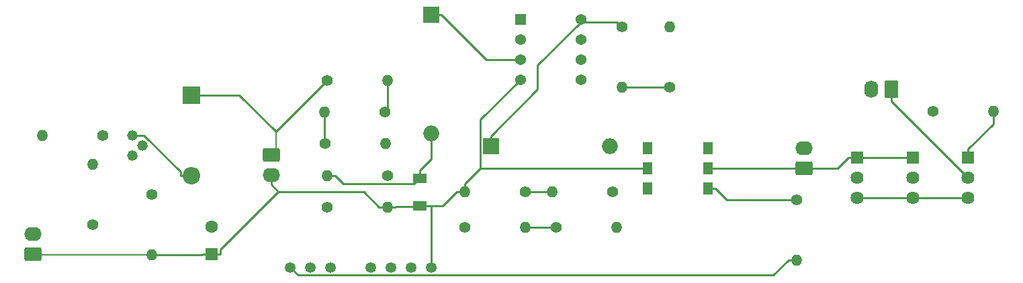
<source format=gbr>
%TF.GenerationSoftware,KiCad,Pcbnew,(6.0.2)*%
%TF.CreationDate,2022-03-20T13:20:32+09:00*%
%TF.ProjectId,TSAL&VOLTAGE_INDICATOR (1),5453414c-2656-44f4-9c54-4147455f494e,rev?*%
%TF.SameCoordinates,Original*%
%TF.FileFunction,Copper,L1,Top*%
%TF.FilePolarity,Positive*%
%FSLAX46Y46*%
G04 Gerber Fmt 4.6, Leading zero omitted, Abs format (unit mm)*
G04 Created by KiCad (PCBNEW (6.0.2)) date 2022-03-20 13:20:32*
%MOMM*%
%LPD*%
G01*
G04 APERTURE LIST*
G04 Aperture macros list*
%AMRoundRect*
0 Rectangle with rounded corners*
0 $1 Rounding radius*
0 $2 $3 $4 $5 $6 $7 $8 $9 X,Y pos of 4 corners*
0 Add a 4 corners polygon primitive as box body*
4,1,4,$2,$3,$4,$5,$6,$7,$8,$9,$2,$3,0*
0 Add four circle primitives for the rounded corners*
1,1,$1+$1,$2,$3*
1,1,$1+$1,$4,$5*
1,1,$1+$1,$6,$7*
1,1,$1+$1,$8,$9*
0 Add four rect primitives between the rounded corners*
20,1,$1+$1,$2,$3,$4,$5,0*
20,1,$1+$1,$4,$5,$6,$7,0*
20,1,$1+$1,$6,$7,$8,$9,0*
20,1,$1+$1,$8,$9,$2,$3,0*%
G04 Aperture macros list end*
%TA.AperFunction,ComponentPad*%
%ADD10RoundRect,0.250000X0.620000X0.845000X-0.620000X0.845000X-0.620000X-0.845000X0.620000X-0.845000X0*%
%TD*%
%TA.AperFunction,ComponentPad*%
%ADD11O,1.740000X2.190000*%
%TD*%
%TA.AperFunction,ComponentPad*%
%ADD12C,1.350000*%
%TD*%
%TA.AperFunction,ComponentPad*%
%ADD13C,1.400000*%
%TD*%
%TA.AperFunction,ComponentPad*%
%ADD14O,1.400000X1.400000*%
%TD*%
%TA.AperFunction,ComponentPad*%
%ADD15RoundRect,0.250000X0.845000X-0.620000X0.845000X0.620000X-0.845000X0.620000X-0.845000X-0.620000X0*%
%TD*%
%TA.AperFunction,ComponentPad*%
%ADD16O,2.190000X1.740000*%
%TD*%
%TA.AperFunction,ComponentPad*%
%ADD17R,2.000000X2.000000*%
%TD*%
%TA.AperFunction,ComponentPad*%
%ADD18O,2.000000X2.000000*%
%TD*%
%TA.AperFunction,ComponentPad*%
%ADD19R,1.625600X1.625600*%
%TD*%
%TA.AperFunction,ComponentPad*%
%ADD20C,1.625600*%
%TD*%
%TA.AperFunction,ComponentPad*%
%ADD21R,1.295400X1.498600*%
%TD*%
%TA.AperFunction,ComponentPad*%
%ADD22R,1.600000X1.600000*%
%TD*%
%TA.AperFunction,ComponentPad*%
%ADD23C,1.600000*%
%TD*%
%TA.AperFunction,ComponentPad*%
%ADD24RoundRect,0.250000X-0.845000X0.620000X-0.845000X-0.620000X0.845000X-0.620000X0.845000X0.620000X0*%
%TD*%
%TA.AperFunction,ComponentPad*%
%ADD25C,1.320800*%
%TD*%
%TA.AperFunction,SMDPad,CuDef*%
%ADD26R,1.700000X1.300000*%
%TD*%
%TA.AperFunction,ComponentPad*%
%ADD27R,1.371600X1.371600*%
%TD*%
%TA.AperFunction,ComponentPad*%
%ADD28C,1.371600*%
%TD*%
%TA.AperFunction,ComponentPad*%
%ADD29R,2.200000X2.200000*%
%TD*%
%TA.AperFunction,ComponentPad*%
%ADD30O,2.200000X2.200000*%
%TD*%
%TA.AperFunction,Conductor*%
%ADD31C,0.250000*%
%TD*%
%TA.AperFunction,Conductor*%
%ADD32C,0.200000*%
%TD*%
G04 APERTURE END LIST*
D10*
%TO.P,J2[GRN LED],1,Pin_1*%
%TO.N,/LV_ACTIVE_LIGHT*%
X166000000Y-111000000D03*
D11*
%TO.P,J2[GRN LED],2,Pin_2*%
%TO.N,/HV_ACTIVE_LIGHT*%
X163460000Y-111000000D03*
%TD*%
D12*
%TO.P,PS1,1,-VIN*%
%TO.N,GND*%
X90220000Y-133512500D03*
%TO.P,PS1,2,+VIN*%
%TO.N,/LV*%
X92760000Y-133512500D03*
%TO.P,PS1,3,R.C.*%
%TO.N,unconnected-(PS1-Pad3)*%
X95300000Y-133512500D03*
%TO.P,PS1,4*%
%TO.N,N/C*%
X100380000Y-133512500D03*
%TO.P,PS1,5,N.C._1*%
%TO.N,unconnected-(PS1-Pad5)*%
X102920000Y-133512500D03*
%TO.P,PS1,6,+VOUT*%
%TO.N,Net-(C2-Pad1)*%
X105460000Y-133512500D03*
%TO.P,PS1,7,-VOUT*%
%TO.N,/BATT-*%
X108000000Y-133512500D03*
%TD*%
D13*
%TO.P,R13,1*%
%TO.N,/LV*%
X171190000Y-113810000D03*
D14*
%TO.P,R13,2*%
%TO.N,Net-(Q1-Pad1)*%
X178810000Y-113810000D03*
%TD*%
D13*
%TO.P,R15,1*%
%TO.N,Net-(R14-Pad1)*%
X65278600Y-128153000D03*
D14*
%TO.P,R15,2*%
%TO.N,Net-(R15-Pad2)*%
X65278600Y-120533000D03*
%TD*%
D13*
%TO.P,R11,1*%
%TO.N,Net-(R10-Pad2)*%
X138000000Y-110810000D03*
D14*
%TO.P,R11,2*%
%TO.N,Net-(R11-Pad2)*%
X138000000Y-103190000D03*
%TD*%
D15*
%TO.P,D3,1,K*%
%TO.N,/BATT-*%
X57778600Y-131843000D03*
D16*
%TO.P,D3,2,A*%
%TO.N,Net-(D3-Pad2)*%
X57778600Y-129303000D03*
%TD*%
D13*
%TO.P,R10,1*%
%TO.N,Net-(C2-Pad1)*%
X132000000Y-103190000D03*
D14*
%TO.P,R10,2*%
%TO.N,Net-(R10-Pad2)*%
X132000000Y-110810000D03*
%TD*%
D15*
%TO.P,D4,1,K*%
%TO.N,/LV*%
X155000000Y-121000000D03*
D16*
%TO.P,D4,2,A*%
%TO.N,GND*%
X155000000Y-118460000D03*
%TD*%
D13*
%TO.P,R_Sense1,1*%
%TO.N,Net-(R15-Pad2)*%
X66588600Y-116843000D03*
D14*
%TO.P,R_Sense1,2*%
%TO.N,Net-(D3-Pad2)*%
X58968600Y-116843000D03*
%TD*%
D13*
%TO.P,R5,1*%
%TO.N,Net-(C1-Pad2)*%
X94810000Y-125917500D03*
D14*
%TO.P,R5,2*%
%TO.N,/BATT-*%
X102430000Y-125917500D03*
%TD*%
D13*
%TO.P,R9,1*%
%TO.N,Net-(C1-Pad1)*%
X119810000Y-124000000D03*
D14*
%TO.P,R9,2*%
%TO.N,/BATT-*%
X112190000Y-124000000D03*
%TD*%
D17*
%TO.P,C2,1*%
%TO.N,Net-(C2-Pad1)*%
X115500000Y-118242500D03*
D18*
%TO.P,C2,2*%
%TO.N,Net-(C2-Pad2)*%
X130500000Y-118242500D03*
%TD*%
D19*
%TO.P,Q3,1,G*%
%TO.N,/LV*%
X161647700Y-119693600D03*
D20*
%TO.P,Q3,2,D*%
%TO.N,/HV_ACTIVE_LIGHT*%
X161647700Y-122233600D03*
%TO.P,Q3,3,S*%
%TO.N,GND*%
X161647700Y-124773600D03*
%TD*%
D13*
%TO.P,R1,1*%
%TO.N,/BATT+*%
X94810000Y-109917500D03*
D14*
%TO.P,R1,2*%
%TO.N,Net-(R1-Pad2)*%
X102430000Y-109917500D03*
%TD*%
D13*
%TO.P,R7,1*%
%TO.N,Net-(R6-Pad2)*%
X123690000Y-128500000D03*
D14*
%TO.P,R7,2*%
%TO.N,Net-(R7-Pad2)*%
X131310000Y-128500000D03*
%TD*%
D13*
%TO.P,R2,1*%
%TO.N,Net-(R1-Pad2)*%
X102120000Y-113917500D03*
D14*
%TO.P,R2,2*%
%TO.N,Net-(R2-Pad2)*%
X94500000Y-113917500D03*
%TD*%
D13*
%TO.P,R6,1*%
%TO.N,Net-(C2-Pad1)*%
X112190000Y-128500000D03*
D14*
%TO.P,R6,2*%
%TO.N,Net-(R6-Pad2)*%
X119810000Y-128500000D03*
%TD*%
D17*
%TO.P,C1,1*%
%TO.N,Net-(C1-Pad1)*%
X107950000Y-101600000D03*
D18*
%TO.P,C1,2*%
%TO.N,Net-(C1-Pad2)*%
X107950000Y-116600000D03*
%TD*%
D19*
%TO.P,Q1,1,G*%
%TO.N,Net-(Q1-Pad1)*%
X175647700Y-119693600D03*
D20*
%TO.P,Q1,2,D*%
%TO.N,/LV_ACTIVE_LIGHT*%
X175647700Y-122233600D03*
%TO.P,Q1,3,S*%
%TO.N,GND*%
X175647700Y-124773600D03*
%TD*%
D21*
%TO.P,U2,1*%
%TO.N,Net-(R11-Pad2)*%
X135190000Y-118460000D03*
%TO.P,U2,2*%
%TO.N,/BATT-*%
X135190000Y-121000000D03*
%TO.P,U2,3,NC*%
%TO.N,unconnected-(U2-Pad3)*%
X135190000Y-123540000D03*
%TO.P,U2,4*%
%TO.N,Net-(R12-Pad1)*%
X142810000Y-123540000D03*
%TO.P,U2,5*%
%TO.N,/LV*%
X142810000Y-121000000D03*
%TO.P,U2,6*%
%TO.N,unconnected-(U2-Pad6)*%
X142810000Y-118460000D03*
%TD*%
D13*
%TO.P,R14,1*%
%TO.N,Net-(R14-Pad1)*%
X72778600Y-124343000D03*
D14*
%TO.P,R14,2*%
%TO.N,/BATT-*%
X72778600Y-131963000D03*
%TD*%
D19*
%TO.P,Q2,1,G*%
%TO.N,/LV*%
X168647700Y-119693600D03*
D20*
%TO.P,Q2,2,D*%
%TO.N,Net-(Q1-Pad1)*%
X168647700Y-122233600D03*
%TO.P,Q2,3,S*%
%TO.N,GND*%
X168647700Y-124773600D03*
%TD*%
D13*
%TO.P,R8,1*%
%TO.N,Net-(R7-Pad2)*%
X130810000Y-124000000D03*
D14*
%TO.P,R8,2*%
%TO.N,Net-(C1-Pad1)*%
X123190000Y-124000000D03*
%TD*%
D22*
%TO.P,C3,1*%
%TO.N,/BATT-*%
X80278600Y-131843000D03*
D23*
%TO.P,C3,2*%
%TO.N,Net-(C3-Pad2)*%
X80278600Y-128343000D03*
%TD*%
D24*
%TO.P,J1,1,Pin_1*%
%TO.N,/BATT+*%
X87778600Y-119343000D03*
D16*
%TO.P,J1,2,Pin_2*%
%TO.N,/BATT-*%
X87778600Y-121883000D03*
%TD*%
D25*
%TO.P,U3,1,IN*%
%TO.N,Net-(C3-Pad2)*%
X70278600Y-116843000D03*
%TO.P,U3,2,OUT*%
%TO.N,Net-(R15-Pad2)*%
X71548600Y-118113000D03*
%TO.P,U3,3,ADJ*%
%TO.N,Net-(R14-Pad1)*%
X70278600Y-119383000D03*
%TD*%
D26*
%TO.P,D1,1,K*%
%TO.N,Net-(C1-Pad2)*%
X106500000Y-122250000D03*
%TO.P,D1,2,A*%
%TO.N,/BATT-*%
X106500000Y-125750000D03*
%TD*%
D27*
%TO.P,U1,1,GND*%
%TO.N,/BATT-*%
X119190000Y-102190000D03*
D28*
%TO.P,U1,2,+*%
%TO.N,Net-(C1-Pad2)*%
X119190000Y-104730000D03*
%TO.P,U1,3,-*%
%TO.N,Net-(C1-Pad1)*%
X119190000Y-107270000D03*
%TO.P,U1,4,V-*%
%TO.N,/BATT-*%
X119190000Y-109810000D03*
%TO.P,U1,5,BAL*%
%TO.N,Net-(C2-Pad2)*%
X126810000Y-109810000D03*
%TO.P,U1,6,STRB*%
X126810000Y-107270000D03*
%TO.P,U1,7*%
%TO.N,Net-(R10-Pad2)*%
X126810000Y-104730000D03*
%TO.P,U1,8,V+*%
%TO.N,Net-(C2-Pad1)*%
X126810000Y-102190000D03*
%TD*%
D29*
%TO.P,D2,1,K*%
%TO.N,/BATT+*%
X77778600Y-111763000D03*
D30*
%TO.P,D2,2,A*%
%TO.N,Net-(C3-Pad2)*%
X77778600Y-121923000D03*
%TD*%
D13*
%TO.P,R3,1*%
%TO.N,Net-(R2-Pad2)*%
X94620000Y-117917500D03*
D14*
%TO.P,R3,2*%
%TO.N,Net-(R3-Pad2)*%
X102240000Y-117917500D03*
%TD*%
D13*
%TO.P,R12,1*%
%TO.N,Net-(R12-Pad1)*%
X154000000Y-125000000D03*
D14*
%TO.P,R12,2*%
%TO.N,GND*%
X154000000Y-132620000D03*
%TD*%
D13*
%TO.P,R4,1*%
%TO.N,Net-(R3-Pad2)*%
X102430000Y-121917500D03*
D14*
%TO.P,R4,2*%
%TO.N,Net-(C1-Pad2)*%
X94810000Y-121917500D03*
%TD*%
D31*
%TO.N,Net-(R1-Pad2)*%
X102275000Y-113763000D02*
X102274500Y-113763000D01*
X102430000Y-113608000D02*
X102430000Y-109917500D01*
X102275000Y-113763000D02*
X102120000Y-113918000D01*
X102274500Y-113763000D02*
X102120000Y-113917500D01*
X102430000Y-113608000D02*
X102275000Y-113763000D01*
%TO.N,Net-(R2-Pad2)*%
X94560000Y-117858000D02*
X94560500Y-117858000D01*
X94560000Y-117858000D02*
X94620000Y-117918000D01*
X94500000Y-117798000D02*
X94560000Y-117858000D01*
X94560500Y-117858000D02*
X94620000Y-117917500D01*
X94500000Y-117798000D02*
X94500000Y-113917500D01*
%TO.N,Net-(R3-Pad2)*%
X102335500Y-121823000D02*
X102430000Y-121917500D01*
X102335000Y-121823000D02*
X102430000Y-121918000D01*
X102335000Y-121823000D02*
X102335500Y-121823000D01*
%TO.N,Net-(C1-Pad2)*%
X105808000Y-122942000D02*
X105807200Y-122942800D01*
X106500000Y-122250000D02*
X105808000Y-122942000D01*
X107950000Y-119824700D02*
X107950000Y-116600000D01*
X96860600Y-122942800D02*
X95835300Y-121917500D01*
X106500000Y-122250000D02*
X106500000Y-121274700D01*
X106500000Y-121274700D02*
X107950000Y-119824700D01*
X105807200Y-122942800D02*
X96860600Y-122942800D01*
X94810000Y-121917500D02*
X95835300Y-121917500D01*
%TO.N,Net-(C2-Pad1)*%
X115500000Y-116917200D02*
X121370500Y-111046700D01*
X126810000Y-102190000D02*
X126810000Y-102547100D01*
X126810000Y-102547100D02*
X131357100Y-102547100D01*
X121370500Y-107986600D02*
X126810000Y-102547100D01*
X131357100Y-102547100D02*
X132000000Y-103190000D01*
X115500000Y-118242500D02*
X115500000Y-116917200D01*
X121370500Y-111046700D02*
X121370500Y-107986600D01*
%TO.N,Net-(R6-Pad2)*%
X119810000Y-128500000D02*
X123690000Y-128500000D01*
%TO.N,Net-(C1-Pad1)*%
X119190000Y-107270000D02*
X114945300Y-107270000D01*
X123190000Y-124000000D02*
X119810000Y-124000000D01*
X107950000Y-101600000D02*
X109275300Y-101600000D01*
X114945300Y-107270000D02*
X109275300Y-101600000D01*
%TO.N,Net-(R10-Pad2)*%
X132000000Y-110810000D02*
X138000000Y-110810000D01*
%TO.N,Net-(R12-Pad1)*%
X154000000Y-125000000D02*
X145243000Y-125000000D01*
X142810000Y-123540000D02*
X143783000Y-123540000D01*
X145243000Y-125000000D02*
X143783000Y-123540000D01*
%TO.N,GND*%
X152974700Y-132620000D02*
X151077900Y-134516800D01*
X151077900Y-134516800D02*
X91224300Y-134516800D01*
X91224300Y-134516800D02*
X90220000Y-133512500D01*
X161647700Y-124773600D02*
X168647700Y-124773600D01*
X175647700Y-124773600D02*
X168647700Y-124773600D01*
X154000000Y-132620000D02*
X152974700Y-132620000D01*
%TO.N,/LV*%
X168647700Y-119693600D02*
X161647700Y-119693600D01*
X142810000Y-121000000D02*
X155000000Y-121000000D01*
X161647700Y-119693600D02*
X160509600Y-119693600D01*
X159203200Y-121000000D02*
X160509600Y-119693600D01*
X155000000Y-121000000D02*
X159203200Y-121000000D01*
%TO.N,Net-(Q1-Pad1)*%
X175647700Y-119693600D02*
X175647700Y-118555500D01*
X178810000Y-115393200D02*
X178810000Y-113810000D01*
X175647700Y-118555500D02*
X178810000Y-115393200D01*
%TO.N,Net-(C3-Pad2)*%
X76353300Y-121923000D02*
X76353300Y-121477600D01*
X71718700Y-116843000D02*
X70278600Y-116843000D01*
X76353300Y-121477600D02*
X71718700Y-116843000D01*
X77778600Y-121923000D02*
X76353300Y-121923000D01*
%TO.N,/LV_ACTIVE_LIGHT*%
X175647700Y-122233600D02*
X166000000Y-112585900D01*
X166000000Y-112585900D02*
X166000000Y-111000000D01*
%TO.N,/BATT+*%
X77778600Y-111763000D02*
X83782700Y-111763000D01*
X83782700Y-111763000D02*
X88373600Y-116353900D01*
X88373600Y-116353900D02*
X94810000Y-109917500D01*
D32*
X87778600Y-119343000D02*
X88278600Y-118843000D01*
X88373600Y-118748000D02*
X87778600Y-119343000D01*
X88373600Y-116353900D02*
X88373600Y-118748000D01*
D31*
%TO.N,/BATT-*%
X106458000Y-125792000D02*
X108000000Y-125792000D01*
X135190000Y-121000000D02*
X134217000Y-121000000D01*
X102430000Y-125917500D02*
X101404700Y-125917500D01*
X112190000Y-124000000D02*
X112190000Y-122974700D01*
X108000000Y-125792000D02*
X109372700Y-125792000D01*
X79093300Y-131903000D02*
X79153300Y-131843000D01*
X80278600Y-131843000D02*
X81403900Y-131843000D01*
X88685600Y-123985300D02*
X81403900Y-131267000D01*
X108000000Y-125792000D02*
X108000000Y-133512500D01*
X102430000Y-125917500D02*
X103455300Y-125917500D01*
X106395000Y-125855000D02*
X103517800Y-125855000D01*
X87778600Y-123078300D02*
X88685600Y-123985300D01*
D32*
X72838600Y-131903000D02*
X72778600Y-131963000D01*
D31*
X87778600Y-121883000D02*
X87778600Y-123078300D01*
X114158700Y-121006000D02*
X112190000Y-122974700D01*
X112190000Y-124000000D02*
X111164700Y-124000000D01*
X81403900Y-131267000D02*
X81403900Y-131843000D01*
X109372700Y-125792000D02*
X111164700Y-124000000D01*
D32*
X106458000Y-125792000D02*
X106500000Y-125750000D01*
D31*
X114158700Y-121000000D02*
X134217000Y-121000000D01*
D32*
X72778600Y-131963000D02*
X57898600Y-131963000D01*
D31*
X103517800Y-125855000D02*
X103455300Y-125917500D01*
D32*
X106395000Y-125855000D02*
X106458000Y-125792000D01*
D31*
X80278600Y-131843000D02*
X79153300Y-131843000D01*
D32*
X57898600Y-131963000D02*
X57778600Y-131843000D01*
D31*
X99472500Y-123985300D02*
X101404700Y-125917500D01*
X114158700Y-121000000D02*
X114158700Y-121006000D01*
X72838600Y-131903000D02*
X79093300Y-131903000D01*
X114158700Y-114841300D02*
X114158700Y-121000000D01*
X119190000Y-109810000D02*
X114158700Y-114841300D01*
X88685600Y-123985300D02*
X99472500Y-123985300D01*
%TD*%
M02*

</source>
